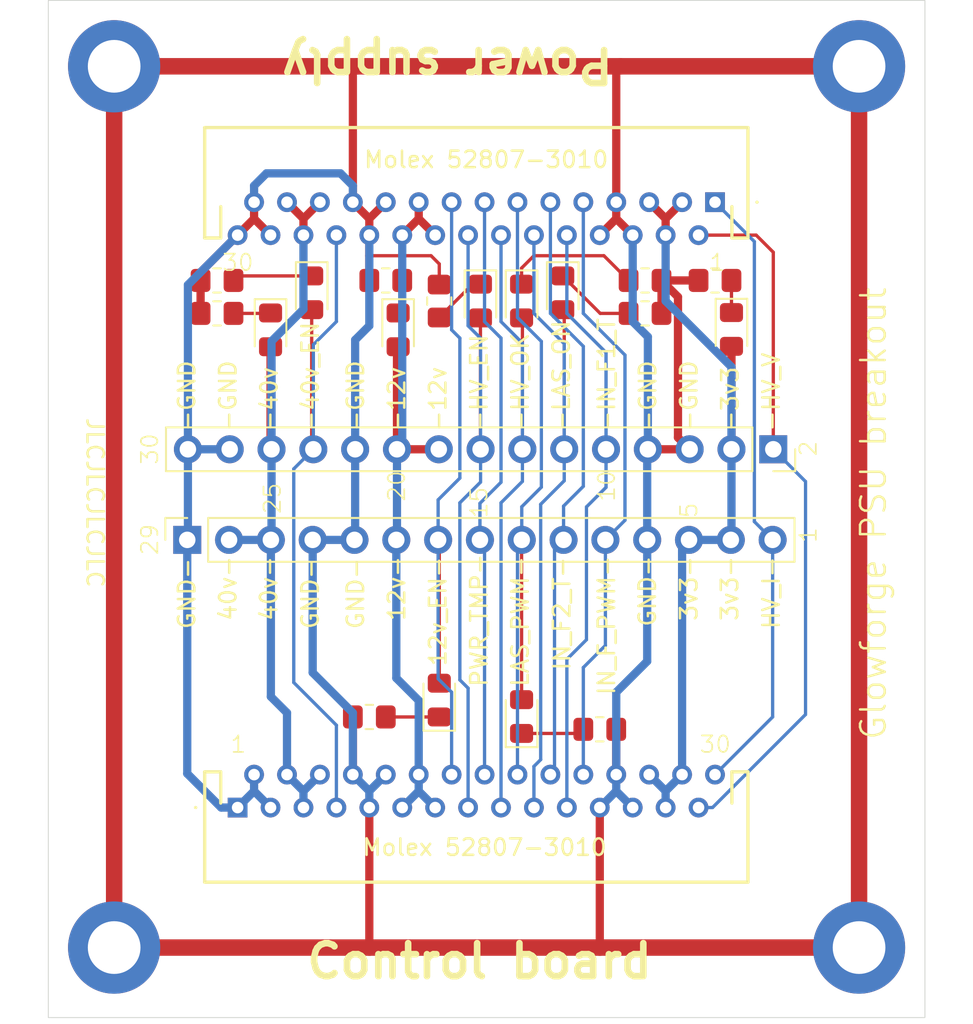
<source format=kicad_pcb>
(kicad_pcb (version 20240108) (generator "pcbnew") (generator_version "8.0")
  (layers (0 "F.Cu" signal) (31 "B.Cu" signal) (34 "B.Paste" user) (35 "F.Paste" user) (36 "B.SilkS" user "B.Silkscreen") (37 "F.SilkS" user "F.Silkscreen") (38 "B.Mask" user) (39 "F.Mask" user) (44 "Edge.Cuts" user))
  (net 0 "")
  (net 1 "GND")
  (net 2 "/INTAKE_FANS_PWM")
  (net 3 "/HV_V")
  (net 4 "/HV_I")
  (net 5 "/12VDC_ENABLE")
  (net 6 "/PWR_TEMP")
  (net 7 "+40V")
  (net 8 "/HV_OK")
  (net 9 "/INTAKE_FAN2_TACH")
  (net 10 "+12V")
  (net 11 "/LASER_PWM")
  (net 12 "/HV_ENABLE")
  (net 13 "/40VDC_ENABLE")
  (net 14 "+3V3")
  (net 15 "/LASER_ON")
  (net 16 "/INTAKE_FAN1_TACH")
  (net 17 "Net-(D1-K)")
  (net 18 "Net-(D2-K)")
  (net 19 "Net-(D3-K)")
  (net 20 "Net-(D4-K)")
  (net 21 "Net-(D5-K)")
  (net 22 "Net-(D6-K)")
  (net 23 "Net-(D7-K)")
  (net 24 "Net-(D8-K)")
  (net 25 "Net-(D9-K)")
  (footprint "Resistor_SMD:R_0805_2012Metric_Pad1.20x1.40mm_HandSolder" (layer "F.Cu") (at 168 107.75)
    (property "Reference" "R9" (hide yes))
    (property "Value" "R")
  )
  (footprint "MountingHole:MountingHole_3.2mm_M3_DIN965_Pad_TopBottom" (layer "F.Cu") (at 138.5 121)
    (property "Reference" "H3" (hide yes))
    (property "Value" "MountingHole_Pad")
  )
  (footprint "Resistor_SMD:R_0805_2012Metric_Pad1.20x1.40mm_HandSolder" (layer "F.Cu") (at 158.25 81.75 90)
    (property "Reference" "R6" (hide yes))
    (property "Value" "R")
  )
  (footprint "Resistor_SMD:R_0805_2012Metric_Pad1.20x1.40mm_HandSolder" (layer "F.Cu") (at 170.75 82.5)
    (property "Reference" "R8" (hide yes))
    (property "Value" "R")
  )
  (footprint "MountingHole:MountingHole_3.2mm_M3_DIN965_Pad_TopBottom" (layer "F.Cu") (at 183.75 121)
    (property "Reference" "H4" (hide yes))
    (property "Value" "MountingHole_Pad")
  )
  (footprint "glowforge:528073010" (layer "F.Cu") (at 146 112.5)
    (property "Reference" "J4" (hide yes))
    (property "Value" "52807-3010" (hide yes))
  )
  (footprint "LED_SMD:LED_0805_2012Metric_Pad1.15x1.40mm_HandSolder" (layer "F.Cu") (at 176 83.475 -90)
    (property "Reference" "D1" (hide yes))
    (property "Value" "3v3")
  )
  (footprint "Connector_PinSocket_2.54mm:PinSocket_1x15_P2.54mm_Vertical" (layer "F.Cu") (at 178.54 90.75 -90)
    (property "Reference" "J2" (hide yes))
    (property "Value" "Conn_01x15")
  )
  (footprint "Resistor_SMD:R_0805_2012Metric_Pad1.20x1.40mm_HandSolder" (layer "F.Cu") (at 155 80.5 180)
    (property "Reference" "R3" (hide yes))
    (property "Value" "R")
  )
  (footprint "MountingHole:MountingHole_3.2mm_M3_DIN965_Pad_TopBottom" (layer "F.Cu") (at 138.5 67.5)
    (property "Reference" "H2" (hide yes))
    (property "Value" "MountingHole_Pad")
  )
  (footprint "LED_SMD:LED_0805_2012Metric_Pad1.15x1.40mm_HandSolder" (layer "F.Cu") (at 160.75 81.75 -90)
    (property "Reference" "D6" (hide yes))
    (property "Value" "HV_EN")
  )
  (footprint "LED_SMD:LED_0805_2012Metric_Pad1.15x1.40mm_HandSolder" (layer "F.Cu") (at 165.75 81.25 -90)
    (property "Reference" "D8" (hide yes))
    (property "Value" "LASER_ON")
  )
  (footprint "LED_SMD:LED_0805_2012Metric_Pad1.15x1.40mm_HandSolder" (layer "F.Cu") (at 163.25 81.75 -90)
    (property "Reference" "D7" (hide yes))
    (property "Value" "HV_OK")
  )
  (footprint "glowforge:528073010" (layer "F.Cu") (at 175 75.75 180)
    (property "Reference" "J1" (hide yes))
    (property "Value" "52807-3010" (hide yes))
  )
  (footprint "LED_SMD:LED_0805_2012Metric_Pad1.15x1.40mm_HandSolder" (layer "F.Cu") (at 155.75 83.5 -90)
    (property "Reference" "D2" (hide yes))
    (property "Value" "12v")
  )
  (footprint "LED_SMD:LED_0805_2012Metric_Pad1.15x1.40mm_HandSolder" (layer "F.Cu") (at 158.25 105.975 90)
    (property "Reference" "D3" (hide yes))
    (property "Value" "12vEN")
  )
  (footprint "Resistor_SMD:R_0805_2012Metric_Pad1.20x1.40mm_HandSolder" (layer "F.Cu") (at 144.75 80.5 180)
    (property "Reference" "R4" (hide yes))
    (property "Value" "R")
  )
  (footprint "MountingHole:MountingHole_3.2mm_M3_DIN965_Pad_TopBottom" (layer "F.Cu") (at 183.75 67.5)
    (property "Reference" "H1" (hide yes))
    (property "Value" "MountingHole_Pad")
  )
  (footprint "Resistor_SMD:R_0805_2012Metric_Pad1.20x1.40mm_HandSolder" (layer "F.Cu") (at 175 80.5 180)
    (property "Reference" "R1" (hide yes))
    (property "Value" "R")
  )
  (footprint "Resistor_SMD:R_0805_2012Metric_Pad1.20x1.40mm_HandSolder" (layer "F.Cu") (at 170.75 80.5)
    (property "Reference" "R7" (hide yes))
    (property "Value" "R")
  )
  (footprint "LED_SMD:LED_0805_2012Metric_Pad1.15x1.40mm_HandSolder" (layer "F.Cu") (at 150.5 81.25 -90)
    (property "Reference" "D4" (hide yes))
    (property "Value" "40vEN")
  )
  (footprint "LED_SMD:LED_0805_2012Metric_Pad1.15x1.40mm_HandSolder" (layer "F.Cu") (at 163.25 106.975 90)
    (property "Reference" "D9" (hide yes))
    (property "Value" "LASER_PWM")
  )
  (footprint "Resistor_SMD:R_0805_2012Metric_Pad1.20x1.40mm_HandSolder" (layer "F.Cu") (at 144.75 82.5 180)
    (property "Reference" "R5" (hide yes))
    (property "Value" "R")
  )
  (footprint "LED_SMD:LED_0805_2012Metric_Pad1.15x1.40mm_HandSolder" (layer "F.Cu") (at 148 83.5 -90)
    (property "Reference" "D5" (hide yes))
    (property "Value" "40v")
  )
  (footprint "Connector_PinSocket_2.54mm:PinSocket_1x15_P2.54mm_Vertical" (layer "F.Cu") (at 142.94 96.25 90)
    (property "Reference" "J3" (hide yes))
    (property "Value" "Conn_01x15")
  )
  (footprint "Resistor_SMD:R_0805_2012Metric_Pad1.20x1.40mm_HandSolder" (layer "F.Cu") (at 154 107 180)
    (property "Reference" "R2" (hide yes))
    (property "Value" "R")
  )
  (gr_rect (start 134.5 63.5) (end 187.75 125.25) (stroke (width 0.05)) (fill none) (layer "Edge.Cuts"))
  (gr_text "25" (at 148.7 94.75 90) (layer "F.SilkS") (effects (font (size 1 1) (thickness 0.1)) (justify left bottom)))
  (gr_text "12v_EN-" (at 158.75 104 90) (layer "F.SilkS") (effects (font (size 1 1)) (justify left bottom)))
  (gr_text "-HV_EN\n" (at 161.25 89.75 90) (layer "F.SilkS") (effects (font (size 1 1)) (justify left bottom)))
  (gr_text "Power supply" (at 169 66.25 180) (layer "F.SilkS") (effects (font (size 2 2) (thickness 0.4) (bold yes)) (justify left bottom)))
  (gr_text "1" (at 145.5 109.25 0) (layer "F.SilkS") (effects (font (size 1 1) (thickness 0.1)) (justify left bottom)))
  (gr_text "GND-" (at 153.75 101.75 90) (layer "F.SilkS") (effects (font (size 1 1)) (justify left bottom)))
  (gr_text "PWR_TMP-" (at 161.25 105.25 90) (layer "F.SilkS") (effects (font (size 1 1)) (justify left bottom)))
  (gr_text "-12v" (at 156.25 89.75 90) (layer "F.SilkS") (effects (font (size 1 1)) (justify left bottom)))
  (gr_text "Molex 52807-3010" (at 153.5 115.5 0) (layer "F.SilkS") (effects (font (size 1 1)) (justify left bottom)))
  (gr_text "30" (at 145 80 0) (layer "F.SilkS") (effects (font (size 1 1) (thickness 0.1)) (justify left bottom)))
  (gr_text "1" (at 174.6 80 0) (layer "F.SilkS") (effects (font (size 1 1) (thickness 0.1)) (justify left bottom)))
  (gr_text "GND-" (at 143.5 101.75 90) (layer "F.SilkS") (effects (font (size 1 1)) (justify left bottom)))
  (gr_text "Control board" (at 150 123 0) (layer "F.SilkS") (effects (font (size 2 2) (thickness 0.4) (bold yes)) (justify left bottom)))
  (gr_text "-3v3" (at 176.5 89.75 90) (layer "F.SilkS") (effects (font (size 1 1)) (justify left bottom)))
  (gr_text "-GND" (at 174 89.75 90) (layer "F.SilkS") (effects (font (size 1 1)) (justify left bottom)))
  (gr_text "-40v" (at 148.5 89.75 90) (layer "F.SilkS") (effects (font (size 1 1)) (justify left bottom)))
  (gr_text "JLCJLCJLCJLC" (at 136.75 88.75 -90) (layer "F.SilkS") (effects (font (size 1 1)) (justify left bottom)))
  (gr_text "GND-" (at 151 101.75 90) (layer "F.SilkS") (effects (font (size 1 1)) (justify left bottom)))
  (gr_text "3v3-" (at 176.48 101.25 90) (layer "F.SilkS") (effects (font (size 1 1)) (justify left bottom)))
  (gr_text "5" (at 174 95 90) (layer "F.SilkS") (effects (font (size 1 1) (thickness 0.1)) (justify left bottom)))
  (gr_text "30" (at 174 109.25 0) (layer "F.SilkS") (effects (font (size 1 1) (thickness 0.1)) (justify left bottom)))
  (gr_text "30" (at 141.25 91.75 90) (layer "F.SilkS") (effects (font (size 1 1) (thickness 0.1)) (justify left bottom)))
  (gr_text "15" (at 161.25 95 90) (layer "F.SilkS") (effects (font (size 1 1) (thickness 0.1)) (justify left bottom)))
  (gr_text "-GND" (at 146 89.75 90) (layer "F.SilkS") (effects (font (size 1 1)) (justify left bottom)))
  (gr_text "-GND" (at 171.5 89.75 90) (layer "F.SilkS") (effects (font (size 1 1)) (justify left bottom)))
  (gr_text "1" (at 181.25 96.5 90) (layer "F.SilkS") (effects (font (size 1 1) (thickness 0.1)) (justify left bottom)))
  (gr_text "LAS_PWM-" (at 163.75 105.25 90) (layer "F.SilkS") (effects (font (size 1 1)) (justify left bottom)))
  (gr_text "29" (at 141.25 97.25 90) (layer "F.SilkS") (effects (font (size 1 1) (thickness 0.1)) (justify left bottom)))
  (gr_text "-LAS_ON" (at 166.25 89.75 90) (layer "F.SilkS") (effects (font (size 1 1)) (justify left bottom)))
  (gr_text "IN_F2_T-" (at 166.28 104.25 90) (layer "F.SilkS") (effects (font (size 1 1)) (justify left bottom)))
  (gr_text "-GND" (at 153.75 89.75 90) (layer "F.SilkS") (effects (font (size 1 1)) (justify left bottom)))
  (gr_text "IN_F_PWM-" (at 169 105.75 90) (layer "F.SilkS") (effects (font (size 1 1)) (justify left bottom)))
  (gr_text "2" (at 181.25 91.25 90) (layer "F.SilkS") (effects (font (size 1 1) (thickness 0.1)) (justify left bottom)))
  (gr_text "Molex 52807-3010" (at 153.6 73.75 0) (layer "F.SilkS") (effects (font (size 1 1)) (justify left bottom)))
  (gr_text "-HV_V" (at 179 89.75 90) (layer "F.SilkS") (effects (font (size 1 1)) (justify left bottom)))
  (gr_text "-IN_F1_T" (at 169 89.75 90) (layer "F.SilkS") (effects (font (size 1 1)) (justify left bottom)))
  (gr_text "10" (at 169 94 90) (layer "F.SilkS") (effects (font (size 1 1) (thickness 0.1)) (justify left bottom)))
  (gr_text "3v3-" (at 174 101.25 90) (layer "F.SilkS") (effects (font (size 1 1)) (justify left bottom)))
  (gr_text "-40v_EN" (at 151 89.75 90) (layer "F.SilkS") (effects (font (size 1 1)) (justify left bottom)))
  (gr_text "12v-" (at 156.25 101.25 90) (layer "F.SilkS") (effects (font (size 1 1)) (justify left bottom)))
  (gr_text "40v-" (at 148.48 101.25 90) (layer "F.SilkS") (effects (font (size 1 1)) (justify left bottom)))
  (gr_text "Glowforge PSU breakout" (at 185.5 108.5 90) (layer "F.SilkS") (effects (font (size 1.5 1.5)) (justify left bottom)))
  (gr_text "-GND" (at 143.5 89.75 90) (layer "F.SilkS") (effects (font (size 1 1)) (justify left bottom)))
  (gr_text "20" (at 156.25 94 90) (layer "F.SilkS") (effects (font (size 1 1) (thickness 0.1)) (justify left bottom)))
  (gr_text "GND-" (at 171.48 101.6 90) (layer "F.SilkS") (effects (font (size 1 1)) (justify left bottom)))
  (gr_text "40v-" (at 146 101.25 90) (layer "F.SilkS") (effects (font (size 1 1)) (justify left bottom)))
  (gr_text "HV_I-" (at 179 101.75 90) (layer "F.SilkS") (effects (font (size 1 1)) (justify left bottom)))
  (gr_text "-HV_OK" (at 163.75 89.75 90) (layer "F.SilkS") (effects (font (size 1 1)) (justify left bottom)))
  (gr_text "-12v" (at 158.75 89.75 90) (layer "F.SilkS") (effects (font (size 1 1)) (justify left bottom)))
  (segment (start 158.25 79.5) (end 157.75 79) (width 0.2) (layer "F.Cu") (net 1))
  (segment (start 169 75.75) (end 169 67.75) (width 0.5) (layer "F.Cu") (net 1))
  (segment (start 154 79) (end 154 77.75) (width 0.5) (layer "F.Cu") (net 1))
  (segment (start 138.5 121) (end 154 121) (width 1) (layer "F.Cu") (net 1))
  (segment (start 169 67.75) (end 169.25 67.5) (width 0.5) (layer "F.Cu") (net 1))
  (segment (start 147 76.75) (end 146 77.75) (width 0.5) (layer "F.Cu") (net 1))
  (segment (start 143.75 80) (end 146 77.75) (width 0.5) (layer "F.Cu") (net 1))
  (segment (start 169 75.75) (end 169 76.75) (width 0.5) (layer "F.Cu") (net 1))
  (segment (start 154 77.75) (end 154 76.75) (width 0.5) (layer "F.Cu") (net 1))
  (segment (start 143.75 82.5) (end 143.75 80.5) (width 0.5) (layer "F.Cu") (net 1))
  (segment (start 168 121) (end 183.75 121) (width 1) (layer "F.Cu") (net 1))
  (segment (start 153 67.75) (end 153.25 67.5) (width 0.5) (layer "F.Cu") (net 1))
  (segment (start 157.75 79) (end 154 79) (width 0.2) (layer "F.Cu") (net 1))
  (segment (start 172.75 90.04) (end 173.46 90.75) (width 0.5) (layer "F.Cu") (net 1))
  (segment (start 143.75 80.5) (end 143.75 80) (width 0.5) (layer "F.Cu") (net 1))
  (segment (start 147 75.75) (end 147 76.75) (width 0.5) (layer "F.Cu") (net 1))
  (segment (start 154 112.5) (end 154 121) (width 0.5) (layer "F.Cu") (net 1))
  (segment (start 154 76.75) (end 153 75.75) (width 0.5) (layer "F.Cu") (net 1))
  (segment (start 147 76.75) (end 148 77.75) (width 0.5) (layer "F.Cu") (net 1))
  (segment (start 169 107.75) (end 169 110.5) (width 0.5) (layer "F.Cu") (net 1))
  (segment (start 171.75 80.5) (end 174 80.5) (width 0.5) (layer "F.Cu") (net 1))
  (segment (start 171.75 80.5) (end 172.75 81.5) (width 0.5) (layer "F.Cu") (net 1))
  (segment (start 183.75 121) (end 183.75 67.5) (width 1) (layer "F.Cu") (net 1))
  (segment (start 154 76.75) (end 155 75.75) (width 0.5) (layer "F.Cu") (net 1))
  (segment (start 158.25 80.75) (end 158.25 79.5) (width 0.2) (layer "F.Cu") (net 1))
  (segment (start 138.5 67.5) (end 138.5 121) (width 1) (layer "F.Cu") (net 1))
  (segment (start 146 77.75) (end 146 78) (width 0.5) (layer "F.Cu") (net 1))
  (segment (start 171.75 80.5) (end 171.75 82.5) (width 0.5) (layer "F.Cu") (net 1))
  (segment (start 154 80.5) (end 154 79) (width 0.5) (layer "F.Cu") (net 1))
  (segment (start 153 75.75) (end 153 67.75) (width 0.5) (layer "F.Cu") (net 1))
  (segment (start 169 76.75) (end 170 77.75) (width 0.5) (layer "F.Cu") (net 1))
  (segment (start 172.75 81.5) (end 172.75 90.04) (width 0.5) (layer "F.Cu") (net 1))
  (segment (start 169.25 67.5) (end 153.25 67.5) (width 1) (layer "F.Cu") (net 1))
  (segment (start 154 121) (end 168 121) (width 1) (layer "F.Cu") (net 1))
  (segment (start 153 107) (end 153 110.5) (width 0.5) (layer "F.Cu") (net 1))
  (segment (start 183.75 67.5) (end 169.25 67.5) (width 1) (layer "F.Cu") (net 1))
  (segment (start 170.92 90.75) (end 173.46 90.75) (width 0.5) (layer "F.Cu") (net 1))
  (segment (start 168 112.5) (end 168 121) (width 0.5) (layer "F.Cu") (net 1))
  (segment (start 169 76.75) (end 168 77.75) (width 0.5) (layer "F.Cu") (net 1))
  (segment (start 153.25 67.5) (end 138.5 67.5) (width 1) (layer "F.Cu") (net 1))
  (segment (start 142.94 110.44) (end 145 112.5) (width 0.5) (layer "B.Cu") (net 1))
  (segment (start 142.98 90.75) (end 145.52 90.75) (width 0.5) (layer "B.Cu") (net 1))
  (segment (start 142.98 90.75) (end 142.98 96.21) (width 0.5) (layer "B.Cu") (net 1))
  (segment (start 169 110.5) (end 169 111.5) (width 0.5) (layer "B.Cu") (net 1))
  (segment (start 154 112.5) (end 154 111.5) (width 0.5) (layer "B.Cu") (net 1))
  (segment (start 153 74.75) (end 152.25 74) (width 0.5) (layer "B.Cu") (net 1))
  (segment (start 147 74.75) (end 147 75.75) (width 0.5) (layer "B.Cu") (net 1))
  (segment (start 169 111.5) (end 170 112.5) (width 0.5) (layer "B.Cu") (net 1))
  (segment (start 142.94 96.25) (end 142.94 110.44) (width 0.5) (layer "B.Cu") (net 1))
  (segment (start 153 75.75) (end 153 74.75) (width 0.5) (layer "B.Cu") (net 1))
  (segment (start 153.14 96.21) (end 153.1 96.25) (width 0.5) (layer "B.Cu") (net 1))
  (segment (start 154 83.25) (end 153.14 84.11) (width 0.5) (layer "B.Cu") (net 1))
  (segment (start 152.25 74) (end 147.75 74) (width 0.5) (layer "B.Cu") (net 1))
  (segment (start 170.92 83.92) (end 170.92 90.75) (width 0.5) (layer "B.Cu") (net 1))
  (segment (start 142.98 80.77) (end 146 77.75) (width 0.5) (layer "B.Cu") (net 1))
  (segment (start 150.56 96.25) (end 150.56 104.31) (width 0.5) (layer "B.Cu") (net 1))
  (segment (start 142.98 90.75) (end 142.98 80.77) (width 0.5) (layer "B.Cu") (net 1))
  (segment (start 142.98 96.21) (end 142.94 96.25) (width 0.5) (layer "B.Cu") (net 1))
  (segment (start 170 77.75) (end 170 83) (width 0.5) (layer "B.Cu") (net 1))
  (segment (start 153.1 96.25) (end 150.56 96.25) (width 0.5) (layer "B.Cu") (net 1))
  (segment (start 170.88 103.62) (end 169 105.5) (width 0.5) (layer "B.Cu") (net 1))
  (segment (start 154 111.5) (end 153 110.5) (width 0.5) (layer "B.Cu") (net 1))
  (segment (start 154 111.5) (end 155 110.5) (width 0.5) (layer "B.Cu") (net 1))
  (segment (start 169 105.5) (end 169 110.5) (width 0.5) (layer "B.Cu") (net 1))
  (segment (start 147.75 74) (end 147 74.75) (width 0.5) (layer "B.Cu") (net 1))
  (segment (start 170 83) (end 170.92 83.92) (width 0.5) (layer "B.Cu") (net 1))
  (segment (start 170.88 96.25) (end 170.88 90.79) (width 0.5) (layer "B.Cu") (net 1))
  (segment (start 145 112.5) (end 146 112.5) (width 0.5) (layer "B.Cu") (net 1))
  (segment (start 147 111.5) (end 148 112.5) (width 0.5) (layer "B.Cu") (net 1))
  (segment (start 153.14 84.11) (end 153.14 90.75) (width 0.5) (layer "B.Cu") (net 1))
  (segment (start 170.88 96.25) (end 170.88 103.62) (width 0.5) (layer "B.Cu") (net 1))
  (segment (start 147 111.5) (end 146 112.5) (width 0.5) (layer "B.Cu") (net 1))
  (segment (start 150.56 104.31) (end 153 106.75) (width 0.5) (layer "B.Cu") (net 1))
  (segment (start 153 106.75) (end 153 110.5) (width 0.5) (layer "B.Cu") (net 1))
  (segment (start 169 111.5) (end 168 112.5) (width 0.5) (layer "B.Cu") (net 1))
  (segment (start 170.88 90.79) (end 170.92 90.75) (width 0.5) (layer "B.Cu") (net 1))
  (segment (start 147 110.5) (end 147 111.5) (width 0.5) (layer "B.Cu") (net 1))
  (segment (start 154 77.75) (end 154 83.25) (width 0.5) (layer "B.Cu") (net 1))
  (segment (start 153.14 90.75) (end 153.14 96.21) (width 0.5) (layer "B.Cu") (net 1))
  (segment (start 169.53 85.03) (end 169.53 95.06) (width 0.2) (layer "B.Cu") (net 2))
  (segment (start 167 82.5) (end 169.53 85.03) (width 0.2) (layer "B.Cu") (net 2))
  (segment (start 169.53 95.06) (end 168.34 96.25) (width 0.2) (layer "B.Cu") (net 2))
  (segment (start 167 104) (end 168.34 102.66) (width 0.2) (layer "B.Cu") (net 2))
  (segment (start 167 110.5) (end 167 104) (width 0.2) (layer "B.Cu") (net 2))
  (segment (start 168.34 102.66) (end 168.34 96.25) (width 0.2) (layer "B.Cu") (net 2))
  (segment (start 167 75.75) (end 167 82.5) (width 0.2) (layer "B.Cu") (net 2))
  (segment (start 178.54 90.75) (end 178.54 78.79) (width 0.2) (layer "F.Cu") (net 3))
  (segment (start 178.54 78.79) (end 177.5 77.75) (width 0.2) (layer "F.Cu") (net 3))
  (segment (start 177.5 77.75) (end 174 77.75) (width 0.2) (layer "F.Cu") (net 3))
  (segment (start 180.5 106.848528) (end 180.5 92.71) (width 0.2) (layer "B.Cu") (net 3))
  (segment (start 174.848528 112.5) (end 180.5 106.848528) (width 0.2) (layer "B.Cu") (net 3))
  (segment (start 180.5 92.71) (end 178.54 90.75) (width 0.2) (layer "B.Cu") (net 3))
  (segment (start 174 112.5) (end 174.848528 112.5) (width 0.2) (layer "B.Cu") (net 3))
  (segment (start 177.39 78.14) (end 177.39 95.14) (width 0.2) (layer "B.Cu") (net 4))
  (segment (start 177.39 95.14) (end 178.5 96.25) (width 0.2) (layer "B.Cu") (net 4))
  (segment (start 175 75.75) (end 177.39 78.14) (width 0.2) (layer "B.Cu") (net 4))
  (segment (start 178.5 107) (end 178.5 96.25) (width 0.2) (layer "B.Cu") (net 4))
  (segment (start 175 110.5) (end 178.5 107) (width 0.2) (layer "B.Cu") (net 4))
  (segment (start 158.25 104.95) (end 158.25 96.32) (width 0.2) (layer "F.Cu") (net 5))
  (segment (start 158.25 96.32) (end 158.18 96.25) (width 0.2) (layer "F.Cu") (net 5))
  (segment (start 159 75.75) (end 159 83.5) (width 0.2) (layer "B.Cu") (net 5))
  (segment (start 159 105.5) (end 159 110.5) (width 0.2) (layer "B.Cu") (net 5))
  (segment (start 158.18 96.25) (end 158.18 104.68) (width 0.2) (layer "B.Cu") (net 5))
  (segment (start 159.5 92.5) (end 158.18 93.82) (width 0.2) (layer "B.Cu") (net 5))
  (segment (start 158.18 104.68) (end 159 105.5) (width 0.2) (layer "B.Cu") (net 5))
  (segment (start 159.5 84) (end 159.5 92.5) (width 0.2) (layer "B.Cu") (net 5))
  (segment (start 158.18 93.82) (end 158.18 96.25) (width 0.2) (layer "B.Cu") (net 5))
  (segment (start 159 83.5) (end 159.5 84) (width 0.2) (layer "B.Cu") (net 5))
  (segment (start 161 110.5) (end 161 96.53) (width 0.2) (layer "B.Cu") (net 6))
  (segment (start 162 92.75) (end 160.72 94.03) (width 0.2) (layer "B.Cu") (net 6))
  (segment (start 161 75.75) (end 161 83) (width 0.2) (layer "B.Cu") (net 6))
  (segment (start 162 84) (end 162 92.75) (width 0.2) (layer "B.Cu") (net 6))
  (segment (start 161 96.53) (end 160.72 96.25) (width 0.2) (layer "B.Cu") (net 6))
  (segment (start 161 83) (end 162 84) (width 0.2) (layer "B.Cu") (net 6))
  (segment (start 160.72 94.03) (end 160.72 96.25) (width 0.2) (layer "B.Cu") (net 6))
  (segment (start 148 84.525) (end 148 90.69) (width 0.5) (layer "F.Cu") (net 7))
  (segment (start 150 76.75) (end 149 75.75) (width 0.5) (layer "F.Cu") (net 7))
  (segment (start 148 90.69) (end 148.06 90.75) (width 0.5) (layer "F.Cu") (net 7))
  (segment (start 150 76.75) (end 151 75.75) (width 0.5) (layer "F.Cu") (net 7))
  (segment (start 150 77.75) (end 150 76.75) (width 0.5) (layer "F.Cu") (net 7))
  (segment (start 148.06 84.19) (end 148.06 90.75) (width 0.5) (layer "B.Cu") (net 7))
  (segment (start 148.02 105.77) (end 149 106.75) (width 0.5) (layer "B.Cu") (net 7))
  (segment (start 148.06 90.75) (end 148.06 96.21) (width 0.5) (layer "B.Cu") (net 7))
  (segment (start 150 112.5) (end 150 111.5) (width 0.5) (layer "B.Cu") (net 7))
  (segment (start 150 77.75) (end 150 82.25) (width 0.5) (layer "B.Cu") (net 7))
  (segment (start 150 111.5) (end 149 110.5) (width 0.5) (layer "B.Cu") (net 7))
  (segment (start 148.06 96.21) (end 148.02 96.25) (width 0.5) (layer "B.Cu") (net 7))
  (segment (start 148.02 96.25) (end 145.48 96.25) (width 0.5) (layer "B.Cu") (net 7))
  (segment (start 150 111.5) (end 151 110.5) (width 0.5) (layer "B.Cu") (net 7))
  (segment (start 148.02 96.25) (end 148.02 105.77) (width 0.5) (layer "B.Cu") (net 7))
  (segment (start 150 82.25) (end 148.06 84.19) (width 0.5) (layer "B.Cu") (net 7))
  (segment (start 149 106.75) (end 149 110.5) (width 0.5) (layer "B.Cu") (net 7))
  (segment (start 163.3 90.75) (end 163.3 82.825) (width 0.2) (layer "F.Cu") (net 8))
  (segment (start 163.3 82.825) (end 163.25 82.775) (width 0.2) (layer "F.Cu") (net 8))
  (segment (start 162 83) (end 163.3 84.3) (width 0.2) (layer "B.Cu") (net 8))
  (segment (start 163.3 92.7) (end 163.3 90.75) (width 0.2) (layer "B.Cu") (net 8))
  (segment (start 163.3 84.3) (end 163.3 90.75) (width 0.2) (layer "B.Cu") (net 8))
  (segment (start 162 77.75) (end 162 83) (width 0.2) (layer "B.Cu") (net 8))
  (segment (start 162 94) (end 163.3 92.7) (width 0.2) (layer "B.Cu") (net 8))
  (segment (start 162 112.5) (end 162 94) (width 0.2) (layer "B.Cu") (net 8))
  (segment (start 165 75.75) (end 165 82.5) (width 0.2) (layer "B.Cu") (net 9))
  (segment (start 165 82.5) (end 167 84.5) (width 0.2) (layer "B.Cu") (net 9))
  (segment (start 165 110.5) (end 165.25 110.25) (width 0.2) (layer "B.Cu") (net 9))
  (segment (start 165.25 96.8) (end 165.8 96.25) (width 0.2) (layer "B.Cu") (net 9))
  (segment (start 167 93) (end 165.8 94.2) (width 0.2) (layer "B.Cu") (net 9))
  (segment (start 165.25 110.25) (end 165.25 96.8) (width 0.2) (layer "B.Cu") (net 9))
  (segment (start 167 84.5) (end 167 93) (width 0.2) (layer "B.Cu") (net 9))
  (segment (start 165.8 94.2) (end 165.8 96.25) (width 0.2) (layer "B.Cu") (net 9))
  (segment (start 156 77.75) (end 156 78) (width 0.5) (layer "F.Cu") (net 10))
  (segment (start 155.68 90.75) (end 155.68 84.595) (width 0.5) (layer "F.Cu") (net 10))
  (segment (start 157 76.75) (end 158 77.75) (width 0.5) (layer "F.Cu") (net 10))
  (segment (start 157 75.75) (end 157 76.75) (width 0.5) (layer "F.Cu") (net 10))
  (segment (start 157 76.75) (end 156 77.75) (width 0.5) (layer "F.Cu") (net 10))
  (segment (start 155.68 84.595) (end 155.75 84.525) (width 0.5) (layer "F.Cu") (net 10))
  (segment (start 155.68 90.75) (end 158.22 90.75) (width 0.5) (layer "F.Cu") (net 10))
  (segment (start 156 90.43) (end 155.68 90.75) (width 0.5) (layer "B.Cu") (net 10))
  (segment (start 157 110.5) (end 157 111.5) (width 0.5) (layer "B.Cu") (net 10))
  (segment (start 157 111.5) (end 156 112.5) (width 0.5) (layer "B.Cu") (net 10))
  (segment (start 156 77.75) (end 156 90.43) (width 0.5) (layer "B.Cu") (net 10))
  (segment (start 157 111.5) (end 158 112.5) (width 0.5) (layer "B.Cu") (net 10))
  (segment (start 155.68 90.75) (end 155.68 96.21) (width 0.5) (layer "B.Cu") (net 10))
  (segment (start 155.68 96.21) (end 155.64 96.25) (width 0.5) (layer "B.Cu") (net 10))
  (segment (start 155.64 96.25) (end 155.64 104.64) (width 0.5) (layer "B.Cu") (net 10))
  (segment (start 155.64 104.64) (end 157 106) (width 0.5) (layer "B.Cu") (net 10))
  (segment (start 157 106) (end 157 110.5) (width 0.5) (layer "B.Cu") (net 10))
  (segment (start 163.25 96.26) (end 163.26 96.25) (width 0.2) (layer "F.Cu") (net 11))
  (segment (start 163.25 105.95) (end 163.25 96.26) (width 0.2) (layer "F.Cu") (net 11))
  (segment (start 164.45 93.05) (end 163.26 94.24) (width 0.2) (layer "B.Cu") (net 11))
  (segment (start 163 75.75) (end 163 82.75) (width 0.2) (layer "B.Cu") (net 11))
  (segment (start 163 96.51) (end 163.26 96.25) (width 0.2) (layer "B.Cu") (net 11))
  (segment (start 164.45 84.2) (end 164.45 93.05) (width 0.2) (layer "B.Cu") (net 11))
  (segment (start 163 110.5) (end 163 96.51) (width 0.2) (layer "B.Cu") (net 11))
  (segment (start 163 82.75) (end 164.45 84.2) (width 0.2) (layer "B.Cu") (net 11))
  (segment (start 163.26 94.24) (end 163.26 96.25) (width 0.2) (layer "B.Cu") (net 11))
  (segment (start 160.75 90.74) (end 160.76 90.75) (width 0.2) (layer "F.Cu") (net 12))
  (segment (start 160.75 82.775) (end 160.75 90.74) (width 0.2) (layer "F.Cu") (net 12))
  (segment (start 159.5 104.75) (end 160 105.25) (width 0.2) (layer "B.Cu") (net 12))
  (segment (start 160.76 92.74) (end 159.5 94) (width 0.2) (layer "B.Cu") (net 12))
  (segment (start 160 105.25) (end 160 112.5) (width 0.2) (layer "B.Cu") (net 12))
  (segment (start 160.76 84.01) (end 160.76 90.75) (width 0.2) (layer "B.Cu") (net 12))
  (segment (start 160 77.75) (end 160 83.25) (width 0.2) (layer "B.Cu") (net 12))
  (segment (start 160 83.25) (end 160.76 84.01) (width 0.2) (layer "B.Cu") (net 12))
  (segment (start 159.5 94) (end 159.5 104.75) (width 0.2) (layer "B.Cu") (net 12))
  (segment (start 160.76 90.75) (end 160.76 92.74) (width 0.2) (layer "B.Cu") (net 12))
  (segment (start 150.5 90.65) (end 150.6 90.75) (width 0.2) (layer "F.Cu") (net 13))
  (segment (start 150.5 82.275) (end 150.5 90.65) (width 0.2) (layer "F.Cu") (net 13))
  (segment (start 149.41 104.91) (end 152 107.5) (width 0.2) (layer "B.Cu") (net 13))
  (segment (start 150.6 84.4) (end 150.6 90.75) (width 0.2) (layer "B.Cu") (net 13))
  (segment (start 152 83) (end 150.6 84.4) (width 0.2) (layer "B.Cu") (net 13))
  (segment (start 150.6 90.75) (end 149.41 91.94) (width 0.2) (layer "B.Cu") (net 13))
  (segment (start 152 77.75) (end 152 83) (width 0.2) (layer "B.Cu") (net 13))
  (segment (start 152 107.5) (end 152 112.5) (width 0.2) (layer "B.Cu") (net 13))
  (segment (start 149.41 91.94) (end 149.41 104.91) (width 0.2) (layer "B.Cu") (net 13))
  (segment (start 172 76.75) (end 171 75.75) (width 0.5) (layer "F.Cu") (net 14))
  (segment (start 176 90.75) (end 176 84.5) (width 0.5) (layer "F.Cu") (net 14))
  (segment (start 172 76.75) (end 173 75.75) (width 0.5) (layer "F.Cu") (net 14))
  (segment (start 172 77.75) (end 172 76.75) (width 0.5) (layer "F.Cu") (net 14))
  (segment (start 175.96 96.25) (end 173.42 96.25) (width 0.5) (layer "B.Cu") (net 14))
  (segment (start 176 85.75) (end 176 90.75) (width 0.5) (layer "B.Cu") (net 14))
  (segment (start 172 81.75) (end 176 85.75) (width 0.5) (layer "B.Cu") (net 14))
  (segment (start 172 111.5) (end 171 110.5) (width 0.5) (layer "B.Cu") (net 14))
  (segment (start 176 90.75) (end 176 96.21) (width 0.5) (layer "B.Cu") (net 14))
  (segment (start 173 110.5) (end 173 96.67) (width 0.5) (layer "B.Cu") (net 14))
  (segment (start 172 111.5) (end 173 110.5) (width 0.5) (layer "B.Cu") (net 14))
  (segment (start 173 96.67) (end 173.42 96.25) (width 0.5) (layer "B.Cu") (net 14))
  (segment (start 172 77.75) (end 172 81.75) (width 0.5) (layer "B.Cu") (net 14))
  (segment (start 176 96.21) (end 175.96 96.25) (width 0.5) (layer "B.Cu") (net 14))
  (segment (start 172 112.5) (end 172 111.5) (width 0.5) (layer "B.Cu") (net 14))
  (segment (start 165.84 82.365) (end 165.75 82.275) (width 0.2) (layer "F.Cu") (net 15))
  (segment (start 165.84 90.75) (end 165.84 82.365) (width 0.2) (layer "F.Cu") (net 15))
  (segment (start 164 82.5) (end 165.84 84.34) (width 0.2) (layer "B.Cu") (net 15))
  (segment (start 164.41 94.09) (end 165.84 92.66) (width 0.2) (layer "B.Cu") (net 15))
  (segment (start 165.84 84.34) (end 165.84 90.75) (width 0.2) (layer "B.Cu") (net 15))
  (segment (start 164.41 109.59) (end 164.41 94.09) (width 0.2) (layer "B.Cu") (net 15))
  (segment (start 165.84 92.66) (end 165.84 90.75) (width 0.2) (layer "B.Cu") (net 15))
  (segment (start 164 110) (end 164.41 109.59) (width 0.2) (layer "B.Cu") (net 15))
  (segment (start 164 112.5) (end 164 110) (width 0.2) (layer "B.Cu") (net 15))
  (segment (start 164 77.75) (end 164 82.5) (width 0.2) (layer "B.Cu") (net 15))
  (segment (start 167.19 102.31) (end 166 103.5) (width 0.2) (layer "B.Cu") (net 16))
  (segment (start 166 77.75) (end 166 82.5) (width 0.2) (layer "B.Cu") (net 16))
  (segment (start 166 103.5) (end 166 112.5) (width 0.2) (layer "B.Cu") (net 16))
  (segment (start 166 82.5) (end 168.38 84.88) (width 0.2) (layer "B.Cu") (net 16))
  (segment (start 168.38 93.06) (end 167.19 94.25) (width 0.2) (layer "B.Cu") (net 16))
  (segment (start 168.38 90.75) (end 168.38 93.06) (width 0.2) (layer "B.Cu") (net 16))
  (segment (start 167.19 94.25) (end 167.19 102.31) (width 0.2) (layer "B.Cu") (net 16))
  (segment (start 168.38 84.88) (end 168.38 90.75) (width 0.2) (layer "B.Cu") (net 16))
  (segment (start 176 82.45) (end 176 80.5) (width 0.2) (layer "F.Cu") (net 17))
  (segment (start 156 80.5) (end 156 82.225) (width 0.2) (layer "F.Cu") (net 18))
  (segment (start 156 82.225) (end 155.75 82.475) (width 0.2) (layer "F.Cu") (net 18))
  (segment (start 155 107) (end 158.25 107) (width 0.2) (layer "F.Cu") (net 19))
  (segment (start 146.025 80.225) (end 145.75 80.5) (width 0.2) (layer "F.Cu") (net 20))
  (segment (start 150.5 80.225) (end 146.025 80.225) (width 0.2) (layer "F.Cu") (net 20))
  (segment (start 147.975 82.5) (end 148 82.475) (width 0.2) (layer "F.Cu") (net 21))
  (segment (start 145.75 82.5) (end 147.975 82.5) (width 0.2) (layer "F.Cu") (net 21))
  (segment (start 158.25 82.75) (end 160.275 80.725) (width 0.2) (layer "F.Cu") (net 22))
  (segment (start 160.275 80.725) (end 160.75 80.725) (width 0.2) (layer "F.Cu") (net 22))
  (segment (start 164 79) (end 168.25 79) (width 0.2) (layer "F.Cu") (net 23))
  (segment (start 163.25 80.725) (end 163.25 79.75) (width 0.2) (layer "F.Cu") (net 23))
  (segment (start 168.25 79) (end 169.75 80.5) (width 0.2) (layer "F.Cu") (net 23))
  (segment (start 163.25 79.75) (end 164 79) (width 0.2) (layer "F.Cu") (net 23))
  (segment (start 168.025 82.5) (end 169.75 82.5) (width 0.2) (layer "F.Cu") (net 24))
  (segment (start 165.75 80.225) (end 168.025 82.5) (width 0.2) (layer "F.Cu") (net 24))
  (segment (start 163.25 108) (end 166.75 108) (width 0.2) (layer "F.Cu") (net 25))
  (segment (start 166.75 108) (end 167 107.75) (width 0.2) (layer "F.Cu") (net 25))
)
</source>
